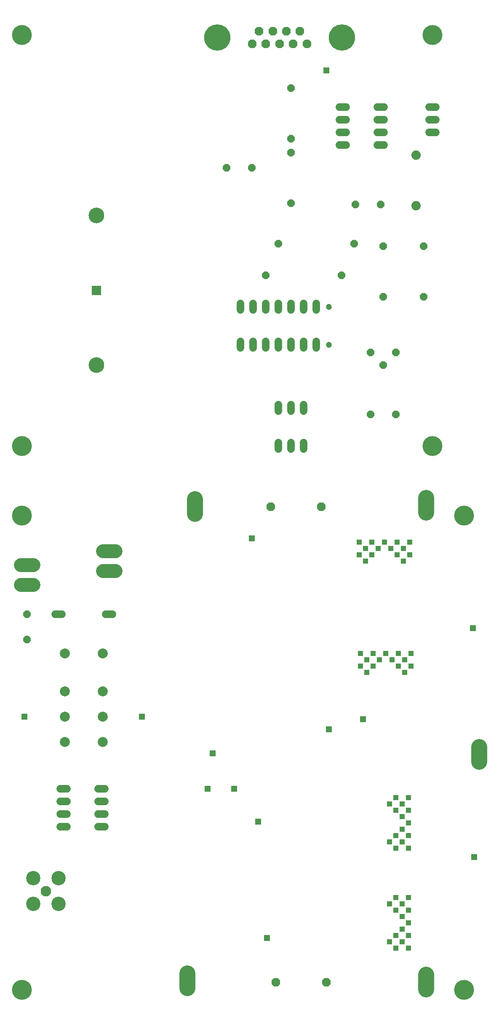
<source format=gbs>
G75*
%MOIN*%
%OFA0B0*%
%FSLAX25Y25*%
%IPPOS*%
%LPD*%
%AMOC8*
5,1,8,0,0,1.08239X$1,22.5*
%
%ADD10C,0.15750*%
%ADD11C,0.04737*%
%ADD12C,0.10839*%
%ADD13C,0.08300*%
%ADD14C,0.11300*%
%ADD15C,0.06000*%
%ADD16C,0.07887*%
%ADD17R,0.04300X0.04300*%
%ADD18C,0.12650*%
%ADD19OC8,0.06000*%
%ADD20OC8,0.06800*%
%ADD21C,0.20800*%
%ADD22C,0.12400*%
%ADD23R,0.07550X0.07550*%
%ADD24C,0.07400*%
%ADD25R,0.04762X0.04762*%
D10*
X0026800Y0026000D03*
X0026800Y0401000D03*
X0026800Y0456000D03*
X0026800Y0781000D03*
X0351800Y0781000D03*
X0351800Y0456000D03*
X0376800Y0401000D03*
X0376800Y0026000D03*
D11*
X0269800Y0536000D03*
X0269800Y0566000D03*
D12*
X0100820Y0372795D02*
X0090780Y0372795D01*
X0090780Y0357205D02*
X0100820Y0357205D01*
X0035820Y0361795D02*
X0025780Y0361795D01*
X0025780Y0346205D02*
X0035820Y0346205D01*
D13*
X0045800Y0104000D03*
D14*
X0055839Y0093961D03*
X0055839Y0114039D03*
X0035761Y0114039D03*
X0035761Y0093961D03*
D15*
X0057200Y0155000D02*
X0062400Y0155000D01*
X0062400Y0165000D02*
X0057200Y0165000D01*
X0057200Y0175000D02*
X0062400Y0175000D01*
X0062400Y0185000D02*
X0057200Y0185000D01*
X0087200Y0185000D02*
X0092400Y0185000D01*
X0092400Y0175000D02*
X0087200Y0175000D01*
X0087200Y0165000D02*
X0092400Y0165000D01*
X0092400Y0155000D02*
X0087200Y0155000D01*
X0093200Y0323000D02*
X0098400Y0323000D01*
X0058400Y0323000D02*
X0053200Y0323000D01*
X0199800Y0533400D02*
X0199800Y0538600D01*
X0209800Y0538600D02*
X0209800Y0533400D01*
X0219800Y0533400D02*
X0219800Y0538600D01*
X0229800Y0538600D02*
X0229800Y0533400D01*
X0239800Y0533400D02*
X0239800Y0538600D01*
X0249800Y0538600D02*
X0249800Y0533400D01*
X0259800Y0533400D02*
X0259800Y0538600D01*
X0259800Y0563400D02*
X0259800Y0568600D01*
X0249800Y0568600D02*
X0249800Y0563400D01*
X0239800Y0563400D02*
X0239800Y0568600D01*
X0229800Y0568600D02*
X0229800Y0563400D01*
X0219800Y0563400D02*
X0219800Y0568600D01*
X0209800Y0568600D02*
X0209800Y0563400D01*
X0199800Y0563400D02*
X0199800Y0568600D01*
X0229800Y0488600D02*
X0229800Y0483400D01*
X0239800Y0483400D02*
X0239800Y0488600D01*
X0249800Y0488600D02*
X0249800Y0483400D01*
X0249800Y0458600D02*
X0249800Y0453400D01*
X0239800Y0453400D02*
X0239800Y0458600D01*
X0229800Y0458600D02*
X0229800Y0453400D01*
X0278200Y0694000D02*
X0283400Y0694000D01*
X0283400Y0704000D02*
X0278200Y0704000D01*
X0278200Y0714000D02*
X0283400Y0714000D01*
X0283400Y0724000D02*
X0278200Y0724000D01*
X0308200Y0724000D02*
X0313400Y0724000D01*
X0313400Y0714000D02*
X0308200Y0714000D01*
X0308200Y0704000D02*
X0313400Y0704000D01*
X0313400Y0694000D02*
X0308200Y0694000D01*
X0349200Y0704000D02*
X0354400Y0704000D01*
X0354400Y0714000D02*
X0349200Y0714000D01*
X0349200Y0724000D02*
X0354400Y0724000D01*
D16*
X0090800Y0292000D03*
X0090800Y0262000D03*
X0090800Y0242000D03*
X0090800Y0222000D03*
X0060800Y0222000D03*
X0060800Y0242000D03*
X0060800Y0262000D03*
X0060800Y0292000D03*
D17*
X0294800Y0292000D03*
X0299800Y0287000D03*
X0294800Y0282000D03*
X0299800Y0277000D03*
X0304800Y0282000D03*
X0309800Y0287000D03*
X0304800Y0292000D03*
X0314800Y0292000D03*
X0319800Y0287000D03*
X0324800Y0292000D03*
X0329800Y0287000D03*
X0334800Y0292000D03*
X0334800Y0282000D03*
X0329800Y0277000D03*
X0324800Y0282000D03*
X0328800Y0365000D03*
X0323800Y0370000D03*
X0318800Y0375000D03*
X0313800Y0380000D03*
X0308800Y0375000D03*
X0303800Y0370000D03*
X0298800Y0365000D03*
X0293800Y0370000D03*
X0298800Y0375000D03*
X0293800Y0380000D03*
X0303800Y0380000D03*
X0323800Y0380000D03*
X0328800Y0375000D03*
X0333800Y0370000D03*
X0333800Y0380000D03*
X0332800Y0178000D03*
X0327800Y0173000D03*
X0332800Y0168000D03*
X0327800Y0163000D03*
X0332800Y0158000D03*
X0327800Y0153000D03*
X0332800Y0148000D03*
X0327800Y0143000D03*
X0332800Y0138000D03*
X0322800Y0138000D03*
X0317800Y0143000D03*
X0322800Y0148000D03*
X0322800Y0168000D03*
X0317800Y0173000D03*
X0322800Y0178000D03*
X0322800Y0099000D03*
X0317800Y0094000D03*
X0322800Y0089000D03*
X0327800Y0084000D03*
X0332800Y0089000D03*
X0327800Y0094000D03*
X0332800Y0099000D03*
X0332800Y0079000D03*
X0327800Y0074000D03*
X0332800Y0069000D03*
X0327800Y0064000D03*
X0332800Y0059000D03*
X0322800Y0059000D03*
X0317800Y0064000D03*
X0322800Y0069000D03*
D18*
X0346800Y0037925D02*
X0346800Y0026075D01*
X0388800Y0206075D02*
X0388800Y0217925D01*
X0346800Y0403075D02*
X0346800Y0414925D01*
X0163800Y0413925D02*
X0163800Y0402075D01*
X0157800Y0038925D02*
X0157800Y0027075D01*
D19*
X0030800Y0303000D03*
X0030800Y0323000D03*
X0219800Y0591000D03*
X0229800Y0616000D03*
X0239800Y0648000D03*
X0239800Y0688000D03*
X0239800Y0699000D03*
X0239800Y0739000D03*
X0208800Y0676000D03*
X0188800Y0676000D03*
X0279800Y0591000D03*
X0289800Y0616000D03*
X0290800Y0647000D03*
X0310800Y0647000D03*
X0312800Y0614000D03*
X0312800Y0574000D03*
X0302800Y0530000D03*
X0312800Y0520000D03*
X0322800Y0530000D03*
X0344800Y0574000D03*
X0344800Y0614000D03*
X0322800Y0481000D03*
X0302800Y0481000D03*
D20*
X0263800Y0408000D03*
X0223800Y0408000D03*
X0220000Y0774000D03*
X0209200Y0774000D03*
X0214600Y0784000D03*
X0225400Y0784000D03*
X0236200Y0784000D03*
X0230800Y0774000D03*
X0241600Y0774000D03*
X0252400Y0774000D03*
X0247000Y0784000D03*
X0227800Y0032000D03*
X0267800Y0032000D03*
D21*
X0280100Y0779000D03*
X0181500Y0779000D03*
D22*
X0085800Y0638050D03*
X0085800Y0519950D03*
D23*
X0085800Y0579000D03*
D24*
X0338800Y0646000D03*
X0338800Y0686000D03*
D25*
X0267800Y0753000D03*
X0208800Y0383000D03*
X0269800Y0232000D03*
X0296800Y0240000D03*
X0213800Y0159000D03*
X0194800Y0185000D03*
X0173800Y0185000D03*
X0177800Y0213000D03*
X0121800Y0242000D03*
X0028800Y0242000D03*
X0220800Y0067000D03*
X0384800Y0131000D03*
X0383800Y0312000D03*
M02*

</source>
